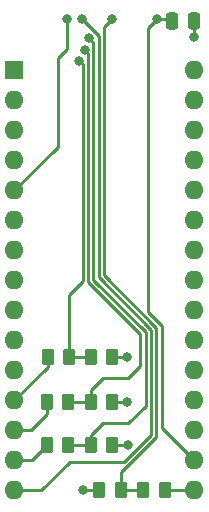
<source format=gbr>
%TF.GenerationSoftware,KiCad,Pcbnew,(6.0.11)*%
%TF.CreationDate,2023-02-11T15:14:05+01:00*%
%TF.ProjectId,gateway-nano-E01-ml01sp4,67617465-7761-4792-9d6e-616e6f2d4530,rev?*%
%TF.SameCoordinates,Original*%
%TF.FileFunction,Copper,L2,Bot*%
%TF.FilePolarity,Positive*%
%FSLAX46Y46*%
G04 Gerber Fmt 4.6, Leading zero omitted, Abs format (unit mm)*
G04 Created by KiCad (PCBNEW (6.0.11)) date 2023-02-11 15:14:05*
%MOMM*%
%LPD*%
G01*
G04 APERTURE LIST*
G04 Aperture macros list*
%AMRoundRect*
0 Rectangle with rounded corners*
0 $1 Rounding radius*
0 $2 $3 $4 $5 $6 $7 $8 $9 X,Y pos of 4 corners*
0 Add a 4 corners polygon primitive as box body*
4,1,4,$2,$3,$4,$5,$6,$7,$8,$9,$2,$3,0*
0 Add four circle primitives for the rounded corners*
1,1,$1+$1,$2,$3*
1,1,$1+$1,$4,$5*
1,1,$1+$1,$6,$7*
1,1,$1+$1,$8,$9*
0 Add four rect primitives between the rounded corners*
20,1,$1+$1,$2,$3,$4,$5,0*
20,1,$1+$1,$4,$5,$6,$7,0*
20,1,$1+$1,$6,$7,$8,$9,0*
20,1,$1+$1,$8,$9,$2,$3,0*%
G04 Aperture macros list end*
%TA.AperFunction,ComponentPad*%
%ADD10R,1.600000X1.600000*%
%TD*%
%TA.AperFunction,ComponentPad*%
%ADD11O,1.600000X1.600000*%
%TD*%
%TA.AperFunction,SMDPad,CuDef*%
%ADD12RoundRect,0.250000X-0.250000X-0.475000X0.250000X-0.475000X0.250000X0.475000X-0.250000X0.475000X0*%
%TD*%
%TA.AperFunction,SMDPad,CuDef*%
%ADD13RoundRect,0.250000X-0.262500X-0.450000X0.262500X-0.450000X0.262500X0.450000X-0.262500X0.450000X0*%
%TD*%
%TA.AperFunction,SMDPad,CuDef*%
%ADD14RoundRect,0.250000X0.262500X0.450000X-0.262500X0.450000X-0.262500X-0.450000X0.262500X-0.450000X0*%
%TD*%
%TA.AperFunction,ViaPad*%
%ADD15C,0.800000*%
%TD*%
%TA.AperFunction,Conductor*%
%ADD16C,0.250000*%
%TD*%
G04 APERTURE END LIST*
D10*
%TO.P,A1,1,D1/TX*%
%TO.N,unconnected-(A1-Pad1)*%
X114935000Y-86360000D03*
D11*
%TO.P,A1,2,D0/RX*%
%TO.N,unconnected-(A1-Pad2)*%
X114935000Y-88900000D03*
%TO.P,A1,3,~{RESET}*%
%TO.N,unconnected-(A1-Pad3)*%
X114935000Y-91440000D03*
%TO.P,A1,4,GND*%
%TO.N,GND*%
X114935000Y-93980000D03*
%TO.P,A1,5,D2*%
%TO.N,irq*%
X114935000Y-96520000D03*
%TO.P,A1,6,D3*%
%TO.N,unconnected-(A1-Pad6)*%
X114935000Y-99060000D03*
%TO.P,A1,7,D4*%
%TO.N,unconnected-(A1-Pad7)*%
X114935000Y-101600000D03*
%TO.P,A1,8,D5*%
%TO.N,unconnected-(A1-Pad8)*%
X114935000Y-104140000D03*
%TO.P,A1,9,D6*%
%TO.N,unconnected-(A1-Pad9)*%
X114935000Y-106680000D03*
%TO.P,A1,10,D7*%
%TO.N,unconnected-(A1-Pad10)*%
X114935000Y-109220000D03*
%TO.P,A1,11,D8*%
%TO.N,unconnected-(A1-Pad11)*%
X114935000Y-111760000D03*
%TO.P,A1,12,D9*%
%TO.N,ce-nano*%
X114935000Y-114300000D03*
%TO.P,A1,13,D10*%
%TO.N,csn-nano*%
X114935000Y-116840000D03*
%TO.P,A1,14,D11*%
%TO.N,mosi-nano*%
X114935000Y-119380000D03*
%TO.P,A1,15,D12*%
%TO.N,miso*%
X114935000Y-121920000D03*
%TO.P,A1,16,D13*%
%TO.N,sck-nano*%
X130175000Y-121920000D03*
%TO.P,A1,17,3V3*%
%TO.N,V3.3CC*%
X130175000Y-119380000D03*
%TO.P,A1,18,AREF*%
%TO.N,unconnected-(A1-Pad18)*%
X130175000Y-116840000D03*
%TO.P,A1,19,A0*%
%TO.N,unconnected-(A1-Pad19)*%
X130175000Y-114300000D03*
%TO.P,A1,20,A1*%
%TO.N,unconnected-(A1-Pad20)*%
X130175000Y-111760000D03*
%TO.P,A1,21,A2*%
%TO.N,unconnected-(A1-Pad21)*%
X130175000Y-109220000D03*
%TO.P,A1,22,A3*%
%TO.N,unconnected-(A1-Pad22)*%
X130175000Y-106680000D03*
%TO.P,A1,23,A4*%
%TO.N,unconnected-(A1-Pad23)*%
X130175000Y-104140000D03*
%TO.P,A1,24,A5*%
%TO.N,unconnected-(A1-Pad24)*%
X130175000Y-101600000D03*
%TO.P,A1,25,A6*%
%TO.N,unconnected-(A1-Pad25)*%
X130175000Y-99060000D03*
%TO.P,A1,26,A7*%
%TO.N,unconnected-(A1-Pad26)*%
X130175000Y-96520000D03*
%TO.P,A1,27,+5V*%
%TO.N,V5CC*%
X130175000Y-93980000D03*
%TO.P,A1,28,~{RESET}*%
%TO.N,unconnected-(A1-Pad28)*%
X130175000Y-91440000D03*
%TO.P,A1,29,GND*%
%TO.N,GND*%
X130175000Y-88900000D03*
%TO.P,A1,30,VIN*%
%TO.N,unconnected-(A1-Pad30)*%
X130175000Y-86360000D03*
%TD*%
D12*
%TO.P,C1,1*%
%TO.N,V3.3CC*%
X128275000Y-82169000D03*
%TO.P,C1,2*%
%TO.N,GND*%
X130175000Y-82169000D03*
%TD*%
D13*
%TO.P,R4,1*%
%TO.N,ce-nano*%
X117745500Y-110617000D03*
%TO.P,R4,2*%
%TO.N,ce-e01*%
X119570500Y-110617000D03*
%TD*%
%TO.P,R6,1*%
%TO.N,mosi-e01*%
X121412000Y-118110000D03*
%TO.P,R6,2*%
%TO.N,GND*%
X123237000Y-118110000D03*
%TD*%
%TO.P,R7,1*%
%TO.N,csn-e01*%
X121412000Y-114427000D03*
%TO.P,R7,2*%
%TO.N,GND*%
X123237000Y-114427000D03*
%TD*%
%TO.P,R8,1*%
%TO.N,ce-e01*%
X121412000Y-110617000D03*
%TO.P,R8,2*%
%TO.N,GND*%
X123237000Y-110617000D03*
%TD*%
D14*
%TO.P,R1,1*%
%TO.N,sck-nano*%
X127682000Y-121920000D03*
%TO.P,R1,2*%
%TO.N,sck-e01*%
X125857000Y-121920000D03*
%TD*%
%TO.P,R5,1*%
%TO.N,sck-e01*%
X123952000Y-121920000D03*
%TO.P,R5,2*%
%TO.N,GND*%
X122127000Y-121920000D03*
%TD*%
D13*
%TO.P,R2,1*%
%TO.N,mosi-nano*%
X117682000Y-118110000D03*
%TO.P,R2,2*%
%TO.N,mosi-e01*%
X119507000Y-118110000D03*
%TD*%
%TO.P,R3,1*%
%TO.N,csn-nano*%
X117682000Y-114427000D03*
%TO.P,R3,2*%
%TO.N,csn-e01*%
X119507000Y-114427000D03*
%TD*%
D15*
%TO.N,GND*%
X124563500Y-118110000D03*
X124500000Y-110617000D03*
X130175000Y-83566000D03*
X124460000Y-114427000D03*
X120777000Y-121920000D03*
%TO.N,miso*%
X120649214Y-82041214D03*
%TO.N,V3.3CC*%
X126999214Y-82041214D03*
%TO.N,sck-e01*%
X123189214Y-82041214D03*
%TO.N,mosi-e01*%
X121241628Y-83658226D03*
%TO.N,csn-e01*%
X120883500Y-84611693D03*
%TO.N,ce-e01*%
X120433500Y-85544218D03*
%TO.N,irq*%
X119379214Y-82041214D03*
%TD*%
D16*
%TO.N,ce-e01*%
X120433500Y-85544218D02*
X120708000Y-85818718D01*
X120708000Y-85818718D02*
X120708000Y-104209000D01*
X120708000Y-104209000D02*
X119570500Y-105346500D01*
X119570500Y-105346500D02*
X119570500Y-110617000D01*
%TO.N,csn-e01*%
X120883500Y-84611693D02*
X121158000Y-84886193D01*
X121158000Y-84886193D02*
X121158000Y-104267000D01*
X121158000Y-104267000D02*
X125603000Y-108712000D01*
X121412000Y-113411000D02*
X121412000Y-114427000D01*
X125603000Y-108712000D02*
X125603000Y-111379000D01*
X125603000Y-111379000D02*
X124587000Y-112395000D01*
X124587000Y-112395000D02*
X122428000Y-112395000D01*
X122428000Y-112395000D02*
X121412000Y-113411000D01*
%TO.N,mosi-e01*%
X121608000Y-84024598D02*
X121608000Y-104080604D01*
X126053000Y-114739000D02*
X124587000Y-116205000D01*
X121241628Y-83658226D02*
X121608000Y-84024598D01*
X121608000Y-104080604D02*
X126053000Y-108525604D01*
X124587000Y-116205000D02*
X122428000Y-116205000D01*
X126053000Y-108525604D02*
X126053000Y-114739000D01*
X122428000Y-116205000D02*
X121412000Y-117221000D01*
X121412000Y-117221000D02*
X121412000Y-118110000D01*
%TO.N,irq*%
X118618000Y-85344000D02*
X118618000Y-92837000D01*
X119379214Y-82041214D02*
X119379214Y-84582786D01*
X119379214Y-84582786D02*
X118618000Y-85344000D01*
X118618000Y-92837000D02*
X114935000Y-96520000D01*
%TO.N,sck-e01*%
X123189214Y-82041214D02*
X122508000Y-82722428D01*
X122508000Y-82722428D02*
X122508000Y-103707812D01*
X122508000Y-103707812D02*
X126953000Y-108152812D01*
X126953000Y-108152812D02*
X126953000Y-117396396D01*
X126953000Y-117396396D02*
X123952000Y-120397396D01*
X123952000Y-120397396D02*
X123952000Y-121920000D01*
%TO.N,V3.3CC*%
X126999214Y-82041214D02*
X126238000Y-82802428D01*
X126238000Y-106801416D02*
X127403000Y-107966416D01*
X126238000Y-82802428D02*
X126238000Y-106801416D01*
X127403000Y-107966416D02*
X127403000Y-116608000D01*
X127403000Y-116608000D02*
X130175000Y-119380000D01*
%TO.N,miso*%
X122058000Y-83450000D02*
X122058000Y-103894208D01*
X126503000Y-117210000D02*
X124206000Y-119507000D01*
X124206000Y-119507000D02*
X119634000Y-119507000D01*
X119634000Y-119507000D02*
X117221000Y-121920000D01*
X120649214Y-82041214D02*
X122058000Y-83450000D01*
X122058000Y-103894208D02*
X126503000Y-108339208D01*
X126503000Y-108339208D02*
X126503000Y-117210000D01*
X117221000Y-121920000D02*
X114935000Y-121920000D01*
%TO.N,GND*%
X130175000Y-83566000D02*
X130175000Y-82169000D01*
%TO.N,V3.3CC*%
X126999214Y-82041214D02*
X128147214Y-82041214D01*
X128147214Y-82041214D02*
X128275000Y-82169000D01*
%TO.N,GND*%
X123150000Y-110617000D02*
X124500000Y-110617000D01*
X122856000Y-118110000D02*
X124563500Y-118110000D01*
X122936000Y-114427000D02*
X124460000Y-114427000D01*
X122127000Y-121920000D02*
X120777000Y-121920000D01*
%TO.N,ce-nano*%
X114935000Y-114300000D02*
X117745500Y-111489500D01*
X117745500Y-111489500D02*
X117745500Y-110617000D01*
%TO.N,csn-nano*%
X117682000Y-115490000D02*
X117682000Y-114427000D01*
X114935000Y-116840000D02*
X116332000Y-116840000D01*
X116332000Y-116840000D02*
X117682000Y-115490000D01*
%TO.N,mosi-nano*%
X116412000Y-119380000D02*
X114935000Y-119380000D01*
X117682000Y-118110000D02*
X116412000Y-119380000D01*
%TO.N,sck-nano*%
X130175000Y-121920000D02*
X127682000Y-121920000D01*
%TO.N,sck-e01*%
X125857000Y-121920000D02*
X123952000Y-121920000D01*
%TO.N,mosi-e01*%
X119507000Y-118110000D02*
X121412000Y-118110000D01*
%TO.N,csn-e01*%
X121412000Y-114427000D02*
X119507000Y-114427000D01*
%TO.N,ce-e01*%
X119570500Y-110617000D02*
X121412000Y-110617000D01*
%TD*%
M02*

</source>
